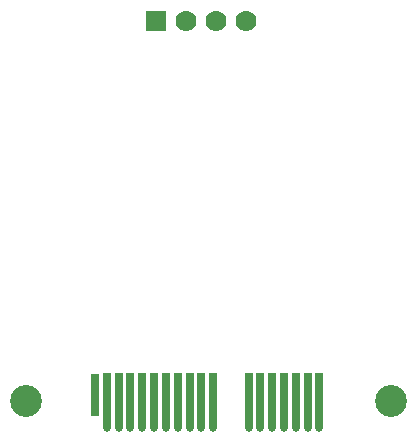
<source format=gbs>
G04 #@! TF.GenerationSoftware,KiCad,Pcbnew,5.99.0-unknown-43a4cf795~104~ubuntu20.04.1*
G04 #@! TF.CreationDate,2020-11-14T20:52:21-08:00*
G04 #@! TF.ProjectId,TMC2660_Driver,544d4332-3636-4305-9f44-72697665722e,rev?*
G04 #@! TF.SameCoordinates,PX67f3540PY6cb8080*
G04 #@! TF.FileFunction,Soldermask,Bot*
G04 #@! TF.FilePolarity,Negative*
%FSLAX46Y46*%
G04 Gerber Fmt 4.6, Leading zero omitted, Abs format (unit mm)*
G04 Created by KiCad (PCBNEW 5.99.0-unknown-43a4cf795~104~ubuntu20.04.1) date 2020-11-14 20:52:21*
%MOMM*%
%LPD*%
G01*
G04 APERTURE LIST*
%ADD10O,0.650000X0.650000*%
%ADD11R,0.650000X3.600000*%
%ADD12R,0.650000X4.600000*%
%ADD13R,1.778000X1.778000*%
%ADD14C,1.778000*%
%ADD15C,2.700000*%
G04 APERTURE END LIST*
D10*
X23652800Y1014800D03*
X21652800Y1014800D03*
X14652800Y1014800D03*
X9652800Y1014800D03*
X25652800Y1014800D03*
X26652800Y1014800D03*
X15652800Y1014800D03*
X10652800Y1014800D03*
X18652800Y1014800D03*
X11652800Y1014800D03*
X16652800Y1014800D03*
X22652800Y1014800D03*
X13652800Y1014800D03*
X12652800Y1014800D03*
X24652800Y1014800D03*
X17652800Y1014800D03*
X27652800Y1014800D03*
D11*
X8652800Y3814800D03*
D12*
X9652800Y3314800D03*
X10652800Y3314800D03*
X11652800Y3314800D03*
X12652800Y3314800D03*
X13652800Y3314800D03*
X14652800Y3314800D03*
X15652800Y3314800D03*
X16652800Y3314800D03*
X17652800Y3314800D03*
X18652800Y3314800D03*
X21652800Y3314800D03*
X22652800Y3314800D03*
X23652800Y3314800D03*
X24652800Y3314800D03*
X25652800Y3314800D03*
X26652800Y3314800D03*
X27652800Y3314800D03*
D13*
X13809000Y35437800D03*
D14*
X16349000Y35437800D03*
X18889000Y35437800D03*
X21429000Y35437800D03*
D15*
X2800000Y3256000D03*
X33750000Y3256000D03*
M02*

</source>
